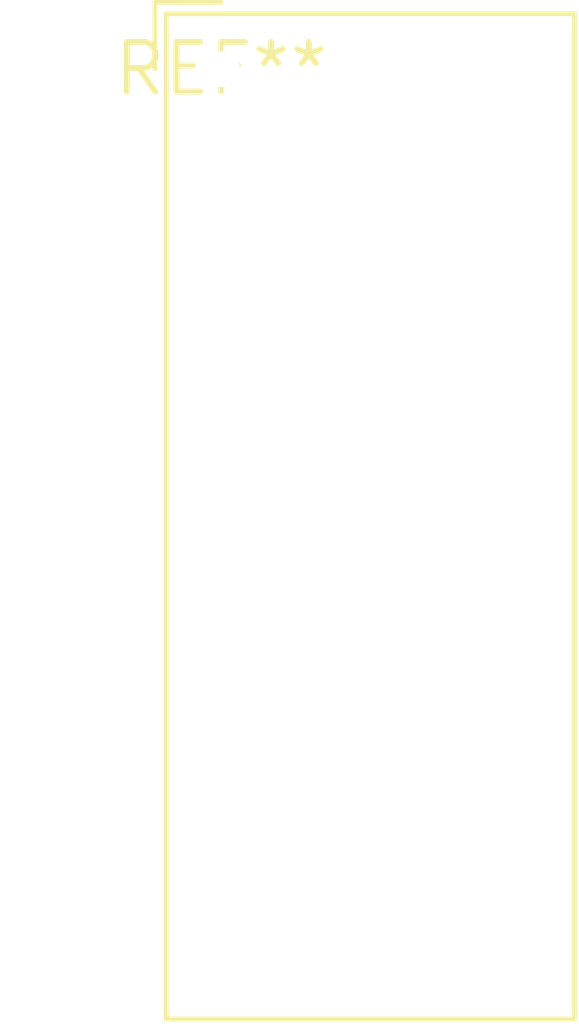
<source format=kicad_pcb>
(kicad_pcb (version 20240108) (generator pcbnew)
  (layers (0 "F.Cu" signal) (31 "B.Cu" signal) (34 "B.Paste" user) (35 "F.Paste" user) (36 "B.SilkS" user "B.Silkscreen") (37 "F.SilkS" user "F.Silkscreen") (38 "B.Mask" user) (39 "F.Mask" user) (44 "Edge.Cuts" user))
  (net 0 "")
  (footprint "HDSP-48xx" (layer "F.Cu") (at 0 0)
    (property "Reference" "REF**")
    (property "Value" "HDSP-48xx")
    (fp_line (start -1.7 -1.7) (end -1.7 0) (layer "F.SilkS") (stroke (width 0.12)))
    (fp_line (start -1.41 -1.41) (end 9.03 -1.41) (layer "F.SilkS") (stroke (width 0.12)))
    (fp_line (start -1.41 24.27) (end -1.41 -1.41) (layer "F.SilkS") (stroke (width 0.12)))
    (fp_line (start 0 -1.7) (end -1.7 -1.7) (layer "F.SilkS") (stroke (width 0.12)))
    (fp_line (start 9.03 -1.41) (end 9.03 24.27) (layer "F.SilkS") (stroke (width 0.12)))
    (fp_line (start 9.03 24.27) (end -1.41 24.27) (layer "F.SilkS") (stroke (width 0.12)))
    (pad "1" thru_hole rect (at 0 0 270) (size 2.032 2.032) (drill 0.9144) (layers *.Cu *.Mask) (remove_unused_layers))
    (pad "2" thru_hole circle (at 0 2.54 270) (size 2.032 2.032) (drill 0.9144) (layers *.Cu *.Mask) (remove_unused_layers))
    (pad "3" thru_hole circle (at 0 5.08 270) (size 2.032 2.032) (drill 0.9144) (layers *.Cu *.Mask) (remove_unused_layers))
    (pad "4" thru_hole circle (at 0 7.62 270) (size 2.032 2.032) (drill 0.9144) (layers *.Cu *.Mask) (remove_unused_layers))
    (pad "5" thru_hole circle (at 0 10.16 270) (size 2.032 2.032) (drill 0.9144) (layers *.Cu *.Mask) (remove_unused_layers))
    (pad "6" thru_hole circle (at 0 12.7 270) (size 2.032 2.032) (drill 0.9144) (layers *.Cu *.Mask) (remove_unused_layers))
    (pad "7" thru_hole circle (at 0 15.24 270) (size 2.032 2.032) (drill 0.9144) (layers *.Cu *.Mask) (remove_unused_layers))
    (pad "8" thru_hole circle (at 0 17.78 270) (size 2.032 2.032) (drill 0.9144) (layers *.Cu *.Mask) (remove_unused_layers))
    (pad "9" thru_hole circle (at 0 20.32 270) (size 2.032 2.032) (drill 0.9144) (layers *.Cu *.Mask) (remove_unused_layers))
    (pad "10" thru_hole circle (at 0 22.86 270) (size 2.032 2.032) (drill 0.9144) (layers *.Cu *.Mask) (remove_unused_layers))
    (pad "11" thru_hole circle (at 7.62 22.86 270) (size 2.032 2.032) (drill 0.9144) (layers *.Cu *.Mask) (remove_unused_layers))
    (pad "12" thru_hole circle (at 7.62 20.32 270) (size 2.032 2.032) (drill 0.9144) (layers *.Cu *.Mask) (remove_unused_layers))
    (pad "13" thru_hole circle (at 7.62 17.78 270) (size 2.032 2.032) (drill 0.9144) (layers *.Cu *.Mask) (remove_unused_layers))
    (pad "14" thru_hole circle (at 7.62 15.24 270) (size 2.032 2.032) (drill 0.9144) (layers *.Cu *.Mask) (remove_unused_layers))
    (pad "15" thru_hole circle (at 7.62 12.7 270) (size 2.032 2.032) (drill 0.9144) (layers *.Cu *.Mask) (remove_unused_layers))
    (pad "16" thru_hole circle (at 7.62 10.16 270) (size 2.032 2.032) (drill 0.9144) (layers *.Cu *.Mask) (remove_unused_layers))
    (pad "17" thru_hole circle (at 7.62 7.62 270) (size 2.032 2.032) (drill 0.9144) (layers *.Cu *.Mask) (remove_unused_layers))
    (pad "18" thru_hole circle (at 7.62 5.08 270) (size 2.032 2.032) (drill 0.9144) (layers *.Cu *.Mask) (remove_unused_layers))
    (pad "19" thru_hole circle (at 7.62 2.54 270) (size 2.032 2.032) (drill 0.9144) (layers *.Cu *.Mask) (remove_unused_layers))
    (pad "20" thru_hole circle (at 7.62 0 270) (size 2.032 2.032) (drill 0.9144) (layers *.Cu *.Mask) (remove_unused_layers))
  )
)
</source>
